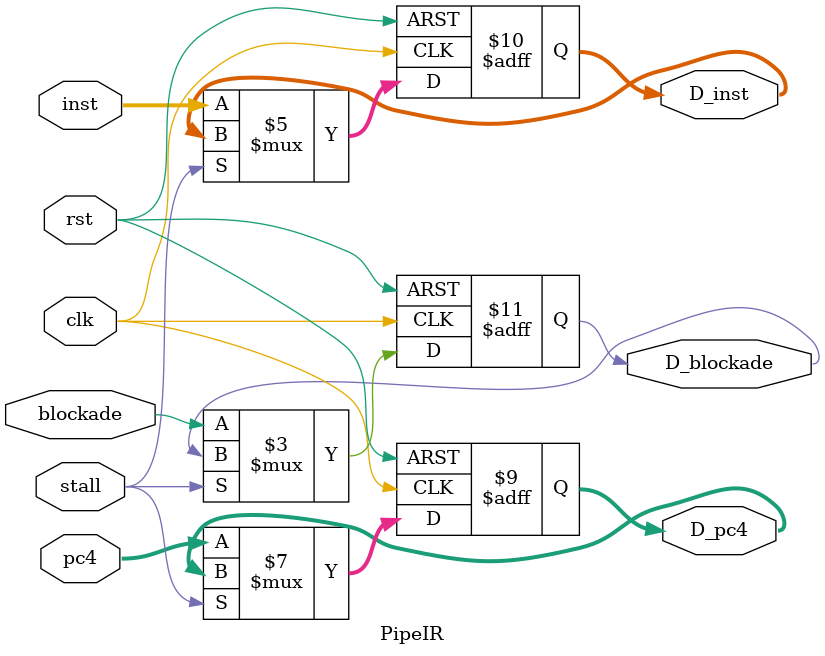
<source format=v>
`timescale 1ns/1ps
module PipeIR(
    input clk,
    input rst,
    input stall,
    input [31:0] pc4,
    input [31:0] inst,
    input blockade,
    output reg [31:0] D_pc4,
    output reg [31:0] D_inst,
    output reg D_blockade
);
    always@(posedge clk or posedge rst)
    begin
        if(rst)
        begin
            D_pc4<=32'b0;
            D_inst<=32'b0;
            D_blockade<=1;
        end
        else if(~stall)
        begin
            D_pc4<=pc4;
            D_inst<=inst;
            D_blockade<=blockade;
        end
    end
endmodule
</source>
